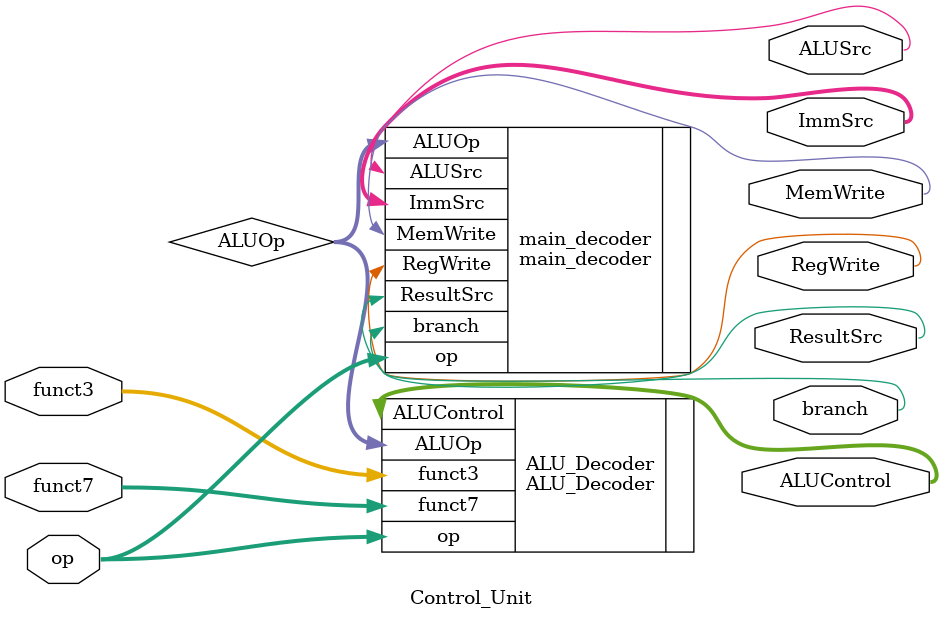
<source format=v>
/****************************************************************
 - Project        : RISC-V Design
 - File name      : Control_Unit.v
 - Description    : Control Unit with main_decoder & ALU_Decoder
 - Owner          : Hyuntaek.Jung
 - Revision History : 1) 2024.10.07 : Initial release
****************************************************************/
module Control_Unit(
    input [6:0] op,funct7,
    input [2:0] funct3,
    output ResultSrc, MemWrite, ALUSrc, RegWrite, branch,
    output [1:0] ImmSrc, 
    output [2:0] ALUControl
    );
    wire [1:0] ALUOp;

    main_decoder main_decoder(
        .op(op),
        .RegWrite(RegWrite),
        .ImmSrc(ImmSrc),
        .MemWrite(MemWrite),
        .ResultSrc(ResultSrc),
        .branch(branch),
        .ALUSrc(ALUSrc),
        .ALUOp(ALUOp)
    );
    ALU_Decoder ALU_Decoder(
        .ALUOp(ALUOp),
        .funct3(funct3),
        .funct7(funct7),
        .op(op),
        .ALUControl(ALUControl)
    );
endmodule
</source>
